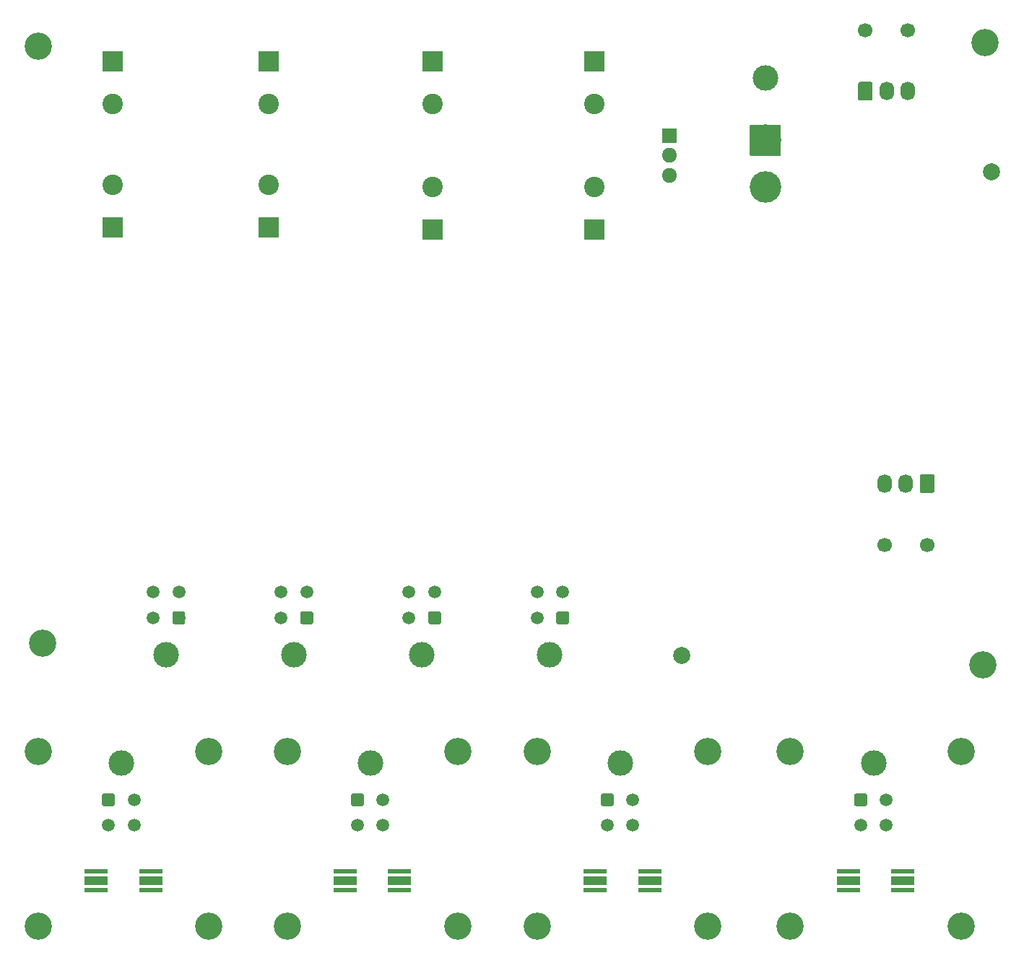
<source format=gbr>
G04 #@! TF.GenerationSoftware,KiCad,Pcbnew,5.1.3-ffb9f22~84~ubuntu18.04.1*
G04 #@! TF.CreationDate,2019-08-08T14:17:25+02:00*
G04 #@! TF.ProjectId,HiveCam,48697665-4361-46d2-9e6b-696361645f70,rev?*
G04 #@! TF.SameCoordinates,Original*
G04 #@! TF.FileFunction,Soldermask,Bot*
G04 #@! TF.FilePolarity,Negative*
%FSLAX46Y46*%
G04 Gerber Fmt 4.6, Leading zero omitted, Abs format (unit mm)*
G04 Created by KiCad (PCBNEW 5.1.3-ffb9f22~84~ubuntu18.04.1) date 2019-08-08 14:17:25*
%MOMM*%
%LPD*%
G04 APERTURE LIST*
%ADD10C,2.000000*%
%ADD11C,3.200000*%
%ADD12R,2.800000X1.000000*%
%ADD13R,2.800000X0.550000*%
%ADD14C,1.500000*%
%ADD15C,0.100000*%
%ADD16C,3.000000*%
%ADD17C,1.700000*%
%ADD18O,1.700000X2.200000*%
%ADD19C,2.400000*%
%ADD20R,2.400000X2.400000*%
%ADD21C,3.700000*%
%ADD22R,1.800000X1.717500*%
%ADD23O,1.800000X1.717500*%
G04 APERTURE END LIST*
D10*
X131748000Y-37065000D03*
X95498000Y-93815000D03*
D11*
X108198000Y-105065000D03*
D12*
X121398000Y-120165000D03*
D13*
X121398000Y-121265000D03*
X121398000Y-119065000D03*
D14*
X119448000Y-113715000D03*
X116448000Y-113715000D03*
X119448000Y-110715000D03*
D15*
G36*
X116972053Y-109966206D02*
G01*
X116996370Y-109969813D01*
X117020216Y-109975786D01*
X117043362Y-109984068D01*
X117065585Y-109994579D01*
X117086670Y-110007217D01*
X117106416Y-110021861D01*
X117124630Y-110038370D01*
X117141139Y-110056584D01*
X117155783Y-110076330D01*
X117168421Y-110097415D01*
X117178932Y-110119638D01*
X117187214Y-110142784D01*
X117193187Y-110166630D01*
X117196794Y-110190947D01*
X117198000Y-110215500D01*
X117198000Y-111214500D01*
X117196794Y-111239053D01*
X117193187Y-111263370D01*
X117187214Y-111287216D01*
X117178932Y-111310362D01*
X117168421Y-111332585D01*
X117155783Y-111353670D01*
X117141139Y-111373416D01*
X117124630Y-111391630D01*
X117106416Y-111408139D01*
X117086670Y-111422783D01*
X117065585Y-111435421D01*
X117043362Y-111445932D01*
X117020216Y-111454214D01*
X116996370Y-111460187D01*
X116972053Y-111463794D01*
X116947500Y-111465000D01*
X115948500Y-111465000D01*
X115923947Y-111463794D01*
X115899630Y-111460187D01*
X115875784Y-111454214D01*
X115852638Y-111445932D01*
X115830415Y-111435421D01*
X115809330Y-111422783D01*
X115789584Y-111408139D01*
X115771370Y-111391630D01*
X115754861Y-111373416D01*
X115740217Y-111353670D01*
X115727579Y-111332585D01*
X115717068Y-111310362D01*
X115708786Y-111287216D01*
X115702813Y-111263370D01*
X115699206Y-111239053D01*
X115698000Y-111214500D01*
X115698000Y-110215500D01*
X115699206Y-110190947D01*
X115702813Y-110166630D01*
X115708786Y-110142784D01*
X115717068Y-110119638D01*
X115727579Y-110097415D01*
X115740217Y-110076330D01*
X115754861Y-110056584D01*
X115771370Y-110038370D01*
X115789584Y-110021861D01*
X115809330Y-110007217D01*
X115830415Y-109994579D01*
X115852638Y-109984068D01*
X115875784Y-109975786D01*
X115899630Y-109969813D01*
X115923947Y-109966206D01*
X115948500Y-109965000D01*
X116947500Y-109965000D01*
X116972053Y-109966206D01*
X116972053Y-109966206D01*
G37*
D14*
X116448000Y-110715000D03*
D16*
X117948000Y-106395000D03*
D11*
X128198000Y-125565000D03*
D12*
X114998000Y-120165000D03*
D13*
X114998000Y-121265000D03*
X114998000Y-119065000D03*
D11*
X108198000Y-125565000D03*
X128198000Y-105065000D03*
X78498000Y-105065000D03*
D12*
X91698000Y-120165000D03*
D13*
X91698000Y-121265000D03*
X91698000Y-119065000D03*
D14*
X89748000Y-113715000D03*
X86748000Y-113715000D03*
X89748000Y-110715000D03*
D15*
G36*
X87272053Y-109966206D02*
G01*
X87296370Y-109969813D01*
X87320216Y-109975786D01*
X87343362Y-109984068D01*
X87365585Y-109994579D01*
X87386670Y-110007217D01*
X87406416Y-110021861D01*
X87424630Y-110038370D01*
X87441139Y-110056584D01*
X87455783Y-110076330D01*
X87468421Y-110097415D01*
X87478932Y-110119638D01*
X87487214Y-110142784D01*
X87493187Y-110166630D01*
X87496794Y-110190947D01*
X87498000Y-110215500D01*
X87498000Y-111214500D01*
X87496794Y-111239053D01*
X87493187Y-111263370D01*
X87487214Y-111287216D01*
X87478932Y-111310362D01*
X87468421Y-111332585D01*
X87455783Y-111353670D01*
X87441139Y-111373416D01*
X87424630Y-111391630D01*
X87406416Y-111408139D01*
X87386670Y-111422783D01*
X87365585Y-111435421D01*
X87343362Y-111445932D01*
X87320216Y-111454214D01*
X87296370Y-111460187D01*
X87272053Y-111463794D01*
X87247500Y-111465000D01*
X86248500Y-111465000D01*
X86223947Y-111463794D01*
X86199630Y-111460187D01*
X86175784Y-111454214D01*
X86152638Y-111445932D01*
X86130415Y-111435421D01*
X86109330Y-111422783D01*
X86089584Y-111408139D01*
X86071370Y-111391630D01*
X86054861Y-111373416D01*
X86040217Y-111353670D01*
X86027579Y-111332585D01*
X86017068Y-111310362D01*
X86008786Y-111287216D01*
X86002813Y-111263370D01*
X85999206Y-111239053D01*
X85998000Y-111214500D01*
X85998000Y-110215500D01*
X85999206Y-110190947D01*
X86002813Y-110166630D01*
X86008786Y-110142784D01*
X86017068Y-110119638D01*
X86027579Y-110097415D01*
X86040217Y-110076330D01*
X86054861Y-110056584D01*
X86071370Y-110038370D01*
X86089584Y-110021861D01*
X86109330Y-110007217D01*
X86130415Y-109994579D01*
X86152638Y-109984068D01*
X86175784Y-109975786D01*
X86199630Y-109969813D01*
X86223947Y-109966206D01*
X86248500Y-109965000D01*
X87247500Y-109965000D01*
X87272053Y-109966206D01*
X87272053Y-109966206D01*
G37*
D14*
X86748000Y-110715000D03*
D16*
X88248000Y-106395000D03*
D11*
X98498000Y-125565000D03*
D12*
X85298000Y-120165000D03*
D13*
X85298000Y-121265000D03*
X85298000Y-119065000D03*
D11*
X78498000Y-125565000D03*
X98498000Y-105065000D03*
X49198000Y-105065000D03*
D12*
X62398000Y-120165000D03*
D13*
X62398000Y-121265000D03*
X62398000Y-119065000D03*
D14*
X60448000Y-113715000D03*
X57448000Y-113715000D03*
X60448000Y-110715000D03*
D15*
G36*
X57972053Y-109966206D02*
G01*
X57996370Y-109969813D01*
X58020216Y-109975786D01*
X58043362Y-109984068D01*
X58065585Y-109994579D01*
X58086670Y-110007217D01*
X58106416Y-110021861D01*
X58124630Y-110038370D01*
X58141139Y-110056584D01*
X58155783Y-110076330D01*
X58168421Y-110097415D01*
X58178932Y-110119638D01*
X58187214Y-110142784D01*
X58193187Y-110166630D01*
X58196794Y-110190947D01*
X58198000Y-110215500D01*
X58198000Y-111214500D01*
X58196794Y-111239053D01*
X58193187Y-111263370D01*
X58187214Y-111287216D01*
X58178932Y-111310362D01*
X58168421Y-111332585D01*
X58155783Y-111353670D01*
X58141139Y-111373416D01*
X58124630Y-111391630D01*
X58106416Y-111408139D01*
X58086670Y-111422783D01*
X58065585Y-111435421D01*
X58043362Y-111445932D01*
X58020216Y-111454214D01*
X57996370Y-111460187D01*
X57972053Y-111463794D01*
X57947500Y-111465000D01*
X56948500Y-111465000D01*
X56923947Y-111463794D01*
X56899630Y-111460187D01*
X56875784Y-111454214D01*
X56852638Y-111445932D01*
X56830415Y-111435421D01*
X56809330Y-111422783D01*
X56789584Y-111408139D01*
X56771370Y-111391630D01*
X56754861Y-111373416D01*
X56740217Y-111353670D01*
X56727579Y-111332585D01*
X56717068Y-111310362D01*
X56708786Y-111287216D01*
X56702813Y-111263370D01*
X56699206Y-111239053D01*
X56698000Y-111214500D01*
X56698000Y-110215500D01*
X56699206Y-110190947D01*
X56702813Y-110166630D01*
X56708786Y-110142784D01*
X56717068Y-110119638D01*
X56727579Y-110097415D01*
X56740217Y-110076330D01*
X56754861Y-110056584D01*
X56771370Y-110038370D01*
X56789584Y-110021861D01*
X56809330Y-110007217D01*
X56830415Y-109994579D01*
X56852638Y-109984068D01*
X56875784Y-109975786D01*
X56899630Y-109969813D01*
X56923947Y-109966206D01*
X56948500Y-109965000D01*
X57947500Y-109965000D01*
X57972053Y-109966206D01*
X57972053Y-109966206D01*
G37*
D14*
X57448000Y-110715000D03*
D16*
X58948000Y-106395000D03*
D11*
X69198000Y-125565000D03*
D12*
X55998000Y-120165000D03*
D13*
X55998000Y-121265000D03*
X55998000Y-119065000D03*
D11*
X49198000Y-125565000D03*
X69198000Y-105065000D03*
X39998000Y-105065000D03*
X39998000Y-125565000D03*
X19998000Y-125565000D03*
X19998000Y-105065000D03*
X130798000Y-94865000D03*
X130998000Y-21865000D03*
X19998000Y-22365000D03*
X20498000Y-92365000D03*
D16*
X29748000Y-106395000D03*
D15*
G36*
X28772053Y-109966206D02*
G01*
X28796370Y-109969813D01*
X28820216Y-109975786D01*
X28843362Y-109984068D01*
X28865585Y-109994579D01*
X28886670Y-110007217D01*
X28906416Y-110021861D01*
X28924630Y-110038370D01*
X28941139Y-110056584D01*
X28955783Y-110076330D01*
X28968421Y-110097415D01*
X28978932Y-110119638D01*
X28987214Y-110142784D01*
X28993187Y-110166630D01*
X28996794Y-110190947D01*
X28998000Y-110215500D01*
X28998000Y-111214500D01*
X28996794Y-111239053D01*
X28993187Y-111263370D01*
X28987214Y-111287216D01*
X28978932Y-111310362D01*
X28968421Y-111332585D01*
X28955783Y-111353670D01*
X28941139Y-111373416D01*
X28924630Y-111391630D01*
X28906416Y-111408139D01*
X28886670Y-111422783D01*
X28865585Y-111435421D01*
X28843362Y-111445932D01*
X28820216Y-111454214D01*
X28796370Y-111460187D01*
X28772053Y-111463794D01*
X28747500Y-111465000D01*
X27748500Y-111465000D01*
X27723947Y-111463794D01*
X27699630Y-111460187D01*
X27675784Y-111454214D01*
X27652638Y-111445932D01*
X27630415Y-111435421D01*
X27609330Y-111422783D01*
X27589584Y-111408139D01*
X27571370Y-111391630D01*
X27554861Y-111373416D01*
X27540217Y-111353670D01*
X27527579Y-111332585D01*
X27517068Y-111310362D01*
X27508786Y-111287216D01*
X27502813Y-111263370D01*
X27499206Y-111239053D01*
X27498000Y-111214500D01*
X27498000Y-110215500D01*
X27499206Y-110190947D01*
X27502813Y-110166630D01*
X27508786Y-110142784D01*
X27517068Y-110119638D01*
X27527579Y-110097415D01*
X27540217Y-110076330D01*
X27554861Y-110056584D01*
X27571370Y-110038370D01*
X27589584Y-110021861D01*
X27609330Y-110007217D01*
X27630415Y-109994579D01*
X27652638Y-109984068D01*
X27675784Y-109975786D01*
X27699630Y-109969813D01*
X27723947Y-109966206D01*
X27748500Y-109965000D01*
X28747500Y-109965000D01*
X28772053Y-109966206D01*
X28772053Y-109966206D01*
G37*
D14*
X28248000Y-110715000D03*
X31248000Y-110715000D03*
X28248000Y-113715000D03*
X31248000Y-113715000D03*
D16*
X79998000Y-93685000D03*
D15*
G36*
X82022053Y-88616206D02*
G01*
X82046370Y-88619813D01*
X82070216Y-88625786D01*
X82093362Y-88634068D01*
X82115585Y-88644579D01*
X82136670Y-88657217D01*
X82156416Y-88671861D01*
X82174630Y-88688370D01*
X82191139Y-88706584D01*
X82205783Y-88726330D01*
X82218421Y-88747415D01*
X82228932Y-88769638D01*
X82237214Y-88792784D01*
X82243187Y-88816630D01*
X82246794Y-88840947D01*
X82248000Y-88865500D01*
X82248000Y-89864500D01*
X82246794Y-89889053D01*
X82243187Y-89913370D01*
X82237214Y-89937216D01*
X82228932Y-89960362D01*
X82218421Y-89982585D01*
X82205783Y-90003670D01*
X82191139Y-90023416D01*
X82174630Y-90041630D01*
X82156416Y-90058139D01*
X82136670Y-90072783D01*
X82115585Y-90085421D01*
X82093362Y-90095932D01*
X82070216Y-90104214D01*
X82046370Y-90110187D01*
X82022053Y-90113794D01*
X81997500Y-90115000D01*
X80998500Y-90115000D01*
X80973947Y-90113794D01*
X80949630Y-90110187D01*
X80925784Y-90104214D01*
X80902638Y-90095932D01*
X80880415Y-90085421D01*
X80859330Y-90072783D01*
X80839584Y-90058139D01*
X80821370Y-90041630D01*
X80804861Y-90023416D01*
X80790217Y-90003670D01*
X80777579Y-89982585D01*
X80767068Y-89960362D01*
X80758786Y-89937216D01*
X80752813Y-89913370D01*
X80749206Y-89889053D01*
X80748000Y-89864500D01*
X80748000Y-88865500D01*
X80749206Y-88840947D01*
X80752813Y-88816630D01*
X80758786Y-88792784D01*
X80767068Y-88769638D01*
X80777579Y-88747415D01*
X80790217Y-88726330D01*
X80804861Y-88706584D01*
X80821370Y-88688370D01*
X80839584Y-88671861D01*
X80859330Y-88657217D01*
X80880415Y-88644579D01*
X80902638Y-88634068D01*
X80925784Y-88625786D01*
X80949630Y-88619813D01*
X80973947Y-88616206D01*
X80998500Y-88615000D01*
X81997500Y-88615000D01*
X82022053Y-88616206D01*
X82022053Y-88616206D01*
G37*
D14*
X81498000Y-89365000D03*
X78498000Y-89365000D03*
X81498000Y-86365000D03*
X78498000Y-86365000D03*
D16*
X64998000Y-93685000D03*
D15*
G36*
X67022053Y-88616206D02*
G01*
X67046370Y-88619813D01*
X67070216Y-88625786D01*
X67093362Y-88634068D01*
X67115585Y-88644579D01*
X67136670Y-88657217D01*
X67156416Y-88671861D01*
X67174630Y-88688370D01*
X67191139Y-88706584D01*
X67205783Y-88726330D01*
X67218421Y-88747415D01*
X67228932Y-88769638D01*
X67237214Y-88792784D01*
X67243187Y-88816630D01*
X67246794Y-88840947D01*
X67248000Y-88865500D01*
X67248000Y-89864500D01*
X67246794Y-89889053D01*
X67243187Y-89913370D01*
X67237214Y-89937216D01*
X67228932Y-89960362D01*
X67218421Y-89982585D01*
X67205783Y-90003670D01*
X67191139Y-90023416D01*
X67174630Y-90041630D01*
X67156416Y-90058139D01*
X67136670Y-90072783D01*
X67115585Y-90085421D01*
X67093362Y-90095932D01*
X67070216Y-90104214D01*
X67046370Y-90110187D01*
X67022053Y-90113794D01*
X66997500Y-90115000D01*
X65998500Y-90115000D01*
X65973947Y-90113794D01*
X65949630Y-90110187D01*
X65925784Y-90104214D01*
X65902638Y-90095932D01*
X65880415Y-90085421D01*
X65859330Y-90072783D01*
X65839584Y-90058139D01*
X65821370Y-90041630D01*
X65804861Y-90023416D01*
X65790217Y-90003670D01*
X65777579Y-89982585D01*
X65767068Y-89960362D01*
X65758786Y-89937216D01*
X65752813Y-89913370D01*
X65749206Y-89889053D01*
X65748000Y-89864500D01*
X65748000Y-88865500D01*
X65749206Y-88840947D01*
X65752813Y-88816630D01*
X65758786Y-88792784D01*
X65767068Y-88769638D01*
X65777579Y-88747415D01*
X65790217Y-88726330D01*
X65804861Y-88706584D01*
X65821370Y-88688370D01*
X65839584Y-88671861D01*
X65859330Y-88657217D01*
X65880415Y-88644579D01*
X65902638Y-88634068D01*
X65925784Y-88625786D01*
X65949630Y-88619813D01*
X65973947Y-88616206D01*
X65998500Y-88615000D01*
X66997500Y-88615000D01*
X67022053Y-88616206D01*
X67022053Y-88616206D01*
G37*
D14*
X66498000Y-89365000D03*
X63498000Y-89365000D03*
X66498000Y-86365000D03*
X63498000Y-86365000D03*
D16*
X49998000Y-93685000D03*
D15*
G36*
X52022053Y-88616206D02*
G01*
X52046370Y-88619813D01*
X52070216Y-88625786D01*
X52093362Y-88634068D01*
X52115585Y-88644579D01*
X52136670Y-88657217D01*
X52156416Y-88671861D01*
X52174630Y-88688370D01*
X52191139Y-88706584D01*
X52205783Y-88726330D01*
X52218421Y-88747415D01*
X52228932Y-88769638D01*
X52237214Y-88792784D01*
X52243187Y-88816630D01*
X52246794Y-88840947D01*
X52248000Y-88865500D01*
X52248000Y-89864500D01*
X52246794Y-89889053D01*
X52243187Y-89913370D01*
X52237214Y-89937216D01*
X52228932Y-89960362D01*
X52218421Y-89982585D01*
X52205783Y-90003670D01*
X52191139Y-90023416D01*
X52174630Y-90041630D01*
X52156416Y-90058139D01*
X52136670Y-90072783D01*
X52115585Y-90085421D01*
X52093362Y-90095932D01*
X52070216Y-90104214D01*
X52046370Y-90110187D01*
X52022053Y-90113794D01*
X51997500Y-90115000D01*
X50998500Y-90115000D01*
X50973947Y-90113794D01*
X50949630Y-90110187D01*
X50925784Y-90104214D01*
X50902638Y-90095932D01*
X50880415Y-90085421D01*
X50859330Y-90072783D01*
X50839584Y-90058139D01*
X50821370Y-90041630D01*
X50804861Y-90023416D01*
X50790217Y-90003670D01*
X50777579Y-89982585D01*
X50767068Y-89960362D01*
X50758786Y-89937216D01*
X50752813Y-89913370D01*
X50749206Y-89889053D01*
X50748000Y-89864500D01*
X50748000Y-88865500D01*
X50749206Y-88840947D01*
X50752813Y-88816630D01*
X50758786Y-88792784D01*
X50767068Y-88769638D01*
X50777579Y-88747415D01*
X50790217Y-88726330D01*
X50804861Y-88706584D01*
X50821370Y-88688370D01*
X50839584Y-88671861D01*
X50859330Y-88657217D01*
X50880415Y-88644579D01*
X50902638Y-88634068D01*
X50925784Y-88625786D01*
X50949630Y-88619813D01*
X50973947Y-88616206D01*
X50998500Y-88615000D01*
X51997500Y-88615000D01*
X52022053Y-88616206D01*
X52022053Y-88616206D01*
G37*
D14*
X51498000Y-89365000D03*
X48498000Y-89365000D03*
X51498000Y-86365000D03*
X48498000Y-86365000D03*
X33498000Y-86365000D03*
X36498000Y-86365000D03*
X33498000Y-89365000D03*
D15*
G36*
X37022053Y-88616206D02*
G01*
X37046370Y-88619813D01*
X37070216Y-88625786D01*
X37093362Y-88634068D01*
X37115585Y-88644579D01*
X37136670Y-88657217D01*
X37156416Y-88671861D01*
X37174630Y-88688370D01*
X37191139Y-88706584D01*
X37205783Y-88726330D01*
X37218421Y-88747415D01*
X37228932Y-88769638D01*
X37237214Y-88792784D01*
X37243187Y-88816630D01*
X37246794Y-88840947D01*
X37248000Y-88865500D01*
X37248000Y-89864500D01*
X37246794Y-89889053D01*
X37243187Y-89913370D01*
X37237214Y-89937216D01*
X37228932Y-89960362D01*
X37218421Y-89982585D01*
X37205783Y-90003670D01*
X37191139Y-90023416D01*
X37174630Y-90041630D01*
X37156416Y-90058139D01*
X37136670Y-90072783D01*
X37115585Y-90085421D01*
X37093362Y-90095932D01*
X37070216Y-90104214D01*
X37046370Y-90110187D01*
X37022053Y-90113794D01*
X36997500Y-90115000D01*
X35998500Y-90115000D01*
X35973947Y-90113794D01*
X35949630Y-90110187D01*
X35925784Y-90104214D01*
X35902638Y-90095932D01*
X35880415Y-90085421D01*
X35859330Y-90072783D01*
X35839584Y-90058139D01*
X35821370Y-90041630D01*
X35804861Y-90023416D01*
X35790217Y-90003670D01*
X35777579Y-89982585D01*
X35767068Y-89960362D01*
X35758786Y-89937216D01*
X35752813Y-89913370D01*
X35749206Y-89889053D01*
X35748000Y-89864500D01*
X35748000Y-88865500D01*
X35749206Y-88840947D01*
X35752813Y-88816630D01*
X35758786Y-88792784D01*
X35767068Y-88769638D01*
X35777579Y-88747415D01*
X35790217Y-88726330D01*
X35804861Y-88706584D01*
X35821370Y-88688370D01*
X35839584Y-88671861D01*
X35859330Y-88657217D01*
X35880415Y-88644579D01*
X35902638Y-88634068D01*
X35925784Y-88625786D01*
X35949630Y-88619813D01*
X35973947Y-88616206D01*
X35998500Y-88615000D01*
X36997500Y-88615000D01*
X37022053Y-88616206D01*
X37022053Y-88616206D01*
G37*
D14*
X36498000Y-89365000D03*
D16*
X34998000Y-93685000D03*
D15*
G36*
X124872594Y-72516203D02*
G01*
X124896853Y-72519802D01*
X124920642Y-72525761D01*
X124943733Y-72534023D01*
X124965902Y-72544508D01*
X124986937Y-72557116D01*
X125006635Y-72571725D01*
X125024806Y-72588194D01*
X125041275Y-72606365D01*
X125055884Y-72626063D01*
X125068492Y-72647098D01*
X125078977Y-72669267D01*
X125087239Y-72692358D01*
X125093198Y-72716147D01*
X125096797Y-72740406D01*
X125098000Y-72764900D01*
X125098000Y-74465100D01*
X125096797Y-74489594D01*
X125093198Y-74513853D01*
X125087239Y-74537642D01*
X125078977Y-74560733D01*
X125068492Y-74582902D01*
X125055884Y-74603937D01*
X125041275Y-74623635D01*
X125024806Y-74641806D01*
X125006635Y-74658275D01*
X124986937Y-74672884D01*
X124965902Y-74685492D01*
X124943733Y-74695977D01*
X124920642Y-74704239D01*
X124896853Y-74710198D01*
X124872594Y-74713797D01*
X124848100Y-74715000D01*
X123647900Y-74715000D01*
X123623406Y-74713797D01*
X123599147Y-74710198D01*
X123575358Y-74704239D01*
X123552267Y-74695977D01*
X123530098Y-74685492D01*
X123509063Y-74672884D01*
X123489365Y-74658275D01*
X123471194Y-74641806D01*
X123454725Y-74623635D01*
X123440116Y-74603937D01*
X123427508Y-74582902D01*
X123417023Y-74560733D01*
X123408761Y-74537642D01*
X123402802Y-74513853D01*
X123399203Y-74489594D01*
X123398000Y-74465100D01*
X123398000Y-72764900D01*
X123399203Y-72740406D01*
X123402802Y-72716147D01*
X123408761Y-72692358D01*
X123417023Y-72669267D01*
X123427508Y-72647098D01*
X123440116Y-72626063D01*
X123454725Y-72606365D01*
X123471194Y-72588194D01*
X123489365Y-72571725D01*
X123509063Y-72557116D01*
X123530098Y-72544508D01*
X123552267Y-72534023D01*
X123575358Y-72525761D01*
X123599147Y-72519802D01*
X123623406Y-72516203D01*
X123647900Y-72515000D01*
X124848100Y-72515000D01*
X124872594Y-72516203D01*
X124872594Y-72516203D01*
G37*
D17*
X124248000Y-73615000D03*
D18*
X121748000Y-73615000D03*
X119248000Y-73615000D03*
D17*
X124248000Y-80795000D03*
X119248000Y-80795000D03*
X121998000Y-20435000D03*
X116998000Y-20435000D03*
D18*
X121998000Y-27615000D03*
X119498000Y-27615000D03*
D15*
G36*
X117622594Y-26516203D02*
G01*
X117646853Y-26519802D01*
X117670642Y-26525761D01*
X117693733Y-26534023D01*
X117715902Y-26544508D01*
X117736937Y-26557116D01*
X117756635Y-26571725D01*
X117774806Y-26588194D01*
X117791275Y-26606365D01*
X117805884Y-26626063D01*
X117818492Y-26647098D01*
X117828977Y-26669267D01*
X117837239Y-26692358D01*
X117843198Y-26716147D01*
X117846797Y-26740406D01*
X117848000Y-26764900D01*
X117848000Y-28465100D01*
X117846797Y-28489594D01*
X117843198Y-28513853D01*
X117837239Y-28537642D01*
X117828977Y-28560733D01*
X117818492Y-28582902D01*
X117805884Y-28603937D01*
X117791275Y-28623635D01*
X117774806Y-28641806D01*
X117756635Y-28658275D01*
X117736937Y-28672884D01*
X117715902Y-28685492D01*
X117693733Y-28695977D01*
X117670642Y-28704239D01*
X117646853Y-28710198D01*
X117622594Y-28713797D01*
X117598100Y-28715000D01*
X116397900Y-28715000D01*
X116373406Y-28713797D01*
X116349147Y-28710198D01*
X116325358Y-28704239D01*
X116302267Y-28695977D01*
X116280098Y-28685492D01*
X116259063Y-28672884D01*
X116239365Y-28658275D01*
X116221194Y-28641806D01*
X116204725Y-28623635D01*
X116190116Y-28603937D01*
X116177508Y-28582902D01*
X116167023Y-28560733D01*
X116158761Y-28537642D01*
X116152802Y-28513853D01*
X116149203Y-28489594D01*
X116148000Y-28465100D01*
X116148000Y-26764900D01*
X116149203Y-26740406D01*
X116152802Y-26716147D01*
X116158761Y-26692358D01*
X116167023Y-26669267D01*
X116177508Y-26647098D01*
X116190116Y-26626063D01*
X116204725Y-26606365D01*
X116221194Y-26588194D01*
X116239365Y-26571725D01*
X116259063Y-26557116D01*
X116280098Y-26544508D01*
X116302267Y-26534023D01*
X116325358Y-26525761D01*
X116349147Y-26519802D01*
X116373406Y-26516203D01*
X116397900Y-26515000D01*
X117598100Y-26515000D01*
X117622594Y-26516203D01*
X117622594Y-26516203D01*
G37*
D17*
X116998000Y-27615000D03*
D13*
X33198000Y-119065000D03*
X33198000Y-121265000D03*
D12*
X33198000Y-120165000D03*
D13*
X26798000Y-119065000D03*
X26798000Y-121265000D03*
D12*
X26798000Y-120165000D03*
D19*
X46998000Y-38615000D03*
D20*
X46998000Y-43615000D03*
D19*
X28748000Y-29115000D03*
D20*
X28748000Y-24115000D03*
D19*
X46998000Y-29115000D03*
D20*
X46998000Y-24115000D03*
D19*
X28748000Y-38615000D03*
D20*
X28748000Y-43615000D03*
D19*
X66248000Y-38865000D03*
D20*
X66248000Y-43865000D03*
D19*
X66248000Y-29115000D03*
D20*
X66248000Y-24115000D03*
D16*
X105248000Y-26065000D03*
D21*
X105248000Y-38865000D03*
D15*
G36*
X106871061Y-31516212D02*
G01*
X106895485Y-31519834D01*
X106919436Y-31525834D01*
X106942683Y-31534152D01*
X106965003Y-31544709D01*
X106986181Y-31557402D01*
X107006013Y-31572111D01*
X107024308Y-31588692D01*
X107040889Y-31606987D01*
X107055598Y-31626819D01*
X107068291Y-31647997D01*
X107078848Y-31670317D01*
X107087166Y-31693564D01*
X107093166Y-31717515D01*
X107096788Y-31741939D01*
X107098000Y-31766600D01*
X107098000Y-34963400D01*
X107096788Y-34988061D01*
X107093166Y-35012485D01*
X107087166Y-35036436D01*
X107078848Y-35059683D01*
X107068291Y-35082003D01*
X107055598Y-35103181D01*
X107040889Y-35123013D01*
X107024308Y-35141308D01*
X107006013Y-35157889D01*
X106986181Y-35172598D01*
X106965003Y-35185291D01*
X106942683Y-35195848D01*
X106919436Y-35204166D01*
X106895485Y-35210166D01*
X106871061Y-35213788D01*
X106846400Y-35215000D01*
X103649600Y-35215000D01*
X103624939Y-35213788D01*
X103600515Y-35210166D01*
X103576564Y-35204166D01*
X103553317Y-35195848D01*
X103530997Y-35185291D01*
X103509819Y-35172598D01*
X103489987Y-35157889D01*
X103471692Y-35141308D01*
X103455111Y-35123013D01*
X103440402Y-35103181D01*
X103427709Y-35082003D01*
X103417152Y-35059683D01*
X103408834Y-35036436D01*
X103402834Y-35012485D01*
X103399212Y-34988061D01*
X103398000Y-34963400D01*
X103398000Y-31766600D01*
X103399212Y-31741939D01*
X103402834Y-31717515D01*
X103408834Y-31693564D01*
X103417152Y-31670317D01*
X103427709Y-31647997D01*
X103440402Y-31626819D01*
X103455111Y-31606987D01*
X103471692Y-31588692D01*
X103489987Y-31572111D01*
X103509819Y-31557402D01*
X103530997Y-31544709D01*
X103553317Y-31534152D01*
X103576564Y-31525834D01*
X103600515Y-31519834D01*
X103624939Y-31516212D01*
X103649600Y-31515000D01*
X106846400Y-31515000D01*
X106871061Y-31516212D01*
X106871061Y-31516212D01*
G37*
D21*
X105248000Y-33365000D03*
D19*
X85248000Y-38865000D03*
D20*
X85248000Y-43865000D03*
D19*
X85248000Y-29115000D03*
D20*
X85248000Y-24115000D03*
D22*
X93998000Y-32865000D03*
D23*
X93998000Y-35155000D03*
X93998000Y-37445000D03*
M02*

</source>
